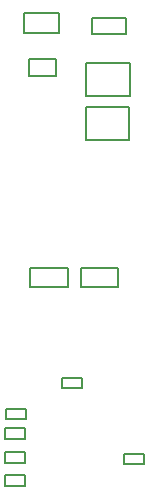
<source format=gbr>
G04*
G04 #@! TF.GenerationSoftware,Altium Limited,Altium Designer,23.1.1 (15)*
G04*
G04 Layer_Color=16711935*
%FSLAX25Y25*%
%MOIN*%
G70*
G04*
G04 #@! TF.SameCoordinates,7F6F0EF6-604E-4872-8498-859B9B4CD440*
G04*
G04*
G04 #@! TF.FilePolarity,Positive*
G04*
G01*
G75*
%ADD11C,0.00787*%
D11*
X180445Y159312D02*
X195012D01*
X180445Y148288D02*
Y159312D01*
Y148288D02*
X195012D01*
Y159312D01*
X180248Y133702D02*
X194815D01*
Y144725D01*
X180248D02*
X194815D01*
X180248Y133702D02*
Y144725D01*
X161680Y91133D02*
X174278D01*
X161680Y84834D02*
Y91133D01*
Y84834D02*
X174278D01*
Y91133D01*
X178558Y84834D02*
X191156D01*
Y91133D01*
X178558D02*
X191156D01*
X178558Y84834D02*
Y91133D01*
X172482Y50999D02*
X179175D01*
Y54542D01*
X172482D02*
X179175D01*
X172482Y50999D02*
Y54542D01*
X153555Y44172D02*
X160248D01*
X153555Y40628D02*
Y44172D01*
Y40628D02*
X160248D01*
Y44172D01*
X153457Y37671D02*
X160150D01*
X153457Y34127D02*
Y37671D01*
Y34127D02*
X160150D01*
Y37671D01*
X153358Y29624D02*
X160051D01*
X153358Y26081D02*
Y29624D01*
Y26081D02*
X160051D01*
Y29624D01*
X153255Y18403D02*
X159948D01*
Y21947D01*
X153255D02*
X159948D01*
X153255Y18403D02*
Y21947D01*
X170182Y154927D02*
Y160636D01*
X161481Y154927D02*
X170182D01*
X161481D02*
Y160636D01*
X170182D01*
X182391Y174275D02*
X193809D01*
Y169157D02*
Y174275D01*
X182391Y169157D02*
X193809D01*
X182391D02*
Y174275D01*
X159695Y169254D02*
X171505D01*
X159695D02*
Y175946D01*
X171505D01*
Y169254D02*
Y175946D01*
X192955Y25572D02*
Y29115D01*
X199648D01*
Y25572D02*
Y29115D01*
X192955Y25572D02*
X199648D01*
M02*

</source>
